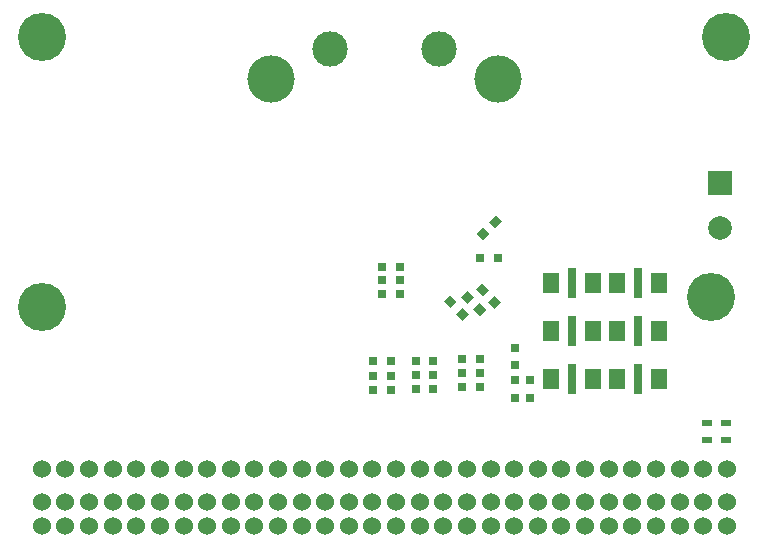
<source format=gbs>
G04 #@! TF.FileFunction,Soldermask,Bot*
%FSLAX46Y46*%
G04 Gerber Fmt 4.6, Leading zero omitted, Abs format (unit mm)*
G04 Created by KiCad (PCBNEW (2015-02-18 BZR 5430)-product) date 2015年02月19日 星期四 19时51分06秒*
%MOMM*%
G01*
G04 APERTURE LIST*
%ADD10C,0.150000*%
%ADD11R,0.800000X0.750000*%
%ADD12R,0.750000X0.800000*%
%ADD13C,1.524000*%
%ADD14C,3.000000*%
%ADD15C,4.000000*%
%ADD16C,4.064000*%
%ADD17R,1.400000X1.800000*%
%ADD18R,0.800000X2.600000*%
%ADD19R,2.000000X2.000000*%
%ADD20C,2.000000*%
%ADD21R,0.900000X0.500000*%
G04 APERTURE END LIST*
D10*
D11*
X115391500Y-54991000D03*
X116891500Y-54991000D03*
X123710000Y-51943000D03*
X125210000Y-51943000D03*
D10*
G36*
X123318162Y-54633492D02*
X123848492Y-54103162D01*
X124414178Y-54668848D01*
X123883848Y-55199178D01*
X123318162Y-54633492D01*
X123318162Y-54633492D01*
G37*
G36*
X124378822Y-55694152D02*
X124909152Y-55163822D01*
X125474838Y-55729508D01*
X124944508Y-56259838D01*
X124378822Y-55694152D01*
X124378822Y-55694152D01*
G37*
D11*
X122135200Y-62890400D03*
X123635200Y-62890400D03*
X118223600Y-63093600D03*
X119723600Y-63093600D03*
D12*
X127914400Y-62343600D03*
X127914400Y-63843600D03*
D11*
X114642200Y-63119000D03*
X116142200Y-63119000D03*
X115391500Y-53848000D03*
X116891500Y-53848000D03*
D10*
G36*
X123911992Y-50481338D02*
X123381662Y-49951008D01*
X123947348Y-49385322D01*
X124477678Y-49915652D01*
X123911992Y-50481338D01*
X123911992Y-50481338D01*
G37*
G36*
X124972652Y-49420678D02*
X124442322Y-48890348D01*
X125008008Y-48324662D01*
X125538338Y-48854992D01*
X124972652Y-49420678D01*
X124972652Y-49420678D01*
G37*
G36*
X122048162Y-55268492D02*
X122578492Y-54738162D01*
X123144178Y-55303848D01*
X122613848Y-55834178D01*
X122048162Y-55268492D01*
X122048162Y-55268492D01*
G37*
G36*
X123108822Y-56329152D02*
X123639152Y-55798822D01*
X124204838Y-56364508D01*
X123674508Y-56894838D01*
X123108822Y-56329152D01*
X123108822Y-56329152D01*
G37*
D12*
X126644400Y-62343600D03*
X126644400Y-63843600D03*
D11*
X122135200Y-61696600D03*
X123635200Y-61696600D03*
X118223600Y-61899800D03*
X119723600Y-61899800D03*
X114642200Y-61925200D03*
X116142200Y-61925200D03*
X115391500Y-52705000D03*
X116891500Y-52705000D03*
D10*
G36*
X120587662Y-55649492D02*
X121117992Y-55119162D01*
X121683678Y-55684848D01*
X121153348Y-56215178D01*
X120587662Y-55649492D01*
X120587662Y-55649492D01*
G37*
G36*
X121648322Y-56710152D02*
X122178652Y-56179822D01*
X122744338Y-56745508D01*
X122214008Y-57275838D01*
X121648322Y-56710152D01*
X121648322Y-56710152D01*
G37*
D12*
X126644400Y-61075000D03*
X126644400Y-59575000D03*
D11*
X114642200Y-60731400D03*
X116142200Y-60731400D03*
X122135200Y-60502800D03*
X123635200Y-60502800D03*
X118223600Y-60706000D03*
X119723600Y-60706000D03*
D13*
X144570000Y-69850000D03*
X142570000Y-69850000D03*
X140570000Y-69850000D03*
X138570000Y-69850000D03*
X136570000Y-69850000D03*
X134570000Y-69850000D03*
X132570000Y-69850000D03*
X130570000Y-69850000D03*
X128570000Y-69850000D03*
X126570000Y-69850000D03*
X124570000Y-69850000D03*
X122570000Y-69850000D03*
X120570000Y-69850000D03*
X118570000Y-69850000D03*
X116570000Y-69850000D03*
X114570000Y-69850000D03*
X112570000Y-69850000D03*
X110570000Y-69850000D03*
X108570000Y-69850000D03*
X106570000Y-69850000D03*
X104570000Y-69850000D03*
X102570000Y-69850000D03*
X100570000Y-69850000D03*
X98570000Y-69850000D03*
X96570000Y-69850000D03*
X94570000Y-69850000D03*
X92570000Y-69850000D03*
X90570000Y-69850000D03*
X88570000Y-69850000D03*
X86570000Y-69850000D03*
D14*
X120170000Y-34290000D03*
D15*
X125170000Y-36790000D03*
X105970000Y-36790000D03*
D14*
X110970000Y-34290000D03*
D16*
X144526000Y-33274000D03*
X86614000Y-33274000D03*
D17*
X135233000Y-54102000D03*
X138833000Y-54102000D03*
D18*
X137033000Y-54102000D03*
D17*
X135233000Y-62230000D03*
X138833000Y-62230000D03*
D18*
X137033000Y-62230000D03*
D17*
X135233000Y-58166000D03*
X138833000Y-58166000D03*
D18*
X137033000Y-58166000D03*
D17*
X129645000Y-54102000D03*
X133245000Y-54102000D03*
D18*
X131445000Y-54102000D03*
D17*
X129645000Y-62230000D03*
X133245000Y-62230000D03*
D18*
X131445000Y-62230000D03*
D17*
X129645000Y-58166000D03*
X133245000Y-58166000D03*
D18*
X131445000Y-58166000D03*
D19*
X143954500Y-45593000D03*
D20*
X143954500Y-49403000D03*
D21*
X144526000Y-65925000D03*
X144526000Y-67425000D03*
X142875000Y-65925000D03*
X142875000Y-67425000D03*
D16*
X86614000Y-56134000D03*
X143256000Y-55245000D03*
D13*
X86570000Y-74660000D03*
X86570000Y-72660000D03*
X88570000Y-74660000D03*
X88570000Y-72660000D03*
X90570000Y-74660000D03*
X90570000Y-72660000D03*
X92570000Y-74660000D03*
X92570000Y-72660000D03*
X94570000Y-74660000D03*
X94570000Y-72660000D03*
X96570000Y-74660000D03*
X96570000Y-72660000D03*
X98570000Y-74660000D03*
X98570000Y-72660000D03*
X100570000Y-74660000D03*
X100570000Y-72660000D03*
X102570000Y-74660000D03*
X102570000Y-72660000D03*
X104570000Y-74660000D03*
X104570000Y-72660000D03*
X106570000Y-74660000D03*
X106570000Y-72660000D03*
X108570000Y-74660000D03*
X108570000Y-72660000D03*
X110570000Y-74660000D03*
X110570000Y-72660000D03*
X112570000Y-74660000D03*
X112570000Y-72660000D03*
X114570000Y-74660000D03*
X114570000Y-72660000D03*
X116570000Y-74660000D03*
X116570000Y-72660000D03*
X118570000Y-74660000D03*
X118570000Y-72660000D03*
X120570000Y-74660000D03*
X120570000Y-72660000D03*
X122570000Y-74660000D03*
X122570000Y-72660000D03*
X124570000Y-74660000D03*
X124570000Y-72660000D03*
X126570000Y-74660000D03*
X126570000Y-72660000D03*
X128570000Y-74660000D03*
X128570000Y-72660000D03*
X130570000Y-74660000D03*
X130570000Y-72660000D03*
X132570000Y-74660000D03*
X132570000Y-72660000D03*
X134570000Y-74660000D03*
X134570000Y-72660000D03*
X136570000Y-74660000D03*
X136570000Y-72660000D03*
X138570000Y-74660000D03*
X138570000Y-72660000D03*
X140570000Y-74660000D03*
X140570000Y-72660000D03*
X142570000Y-74660000D03*
X142570000Y-72660000D03*
X144570000Y-74660000D03*
X144570000Y-72660000D03*
M02*

</source>
